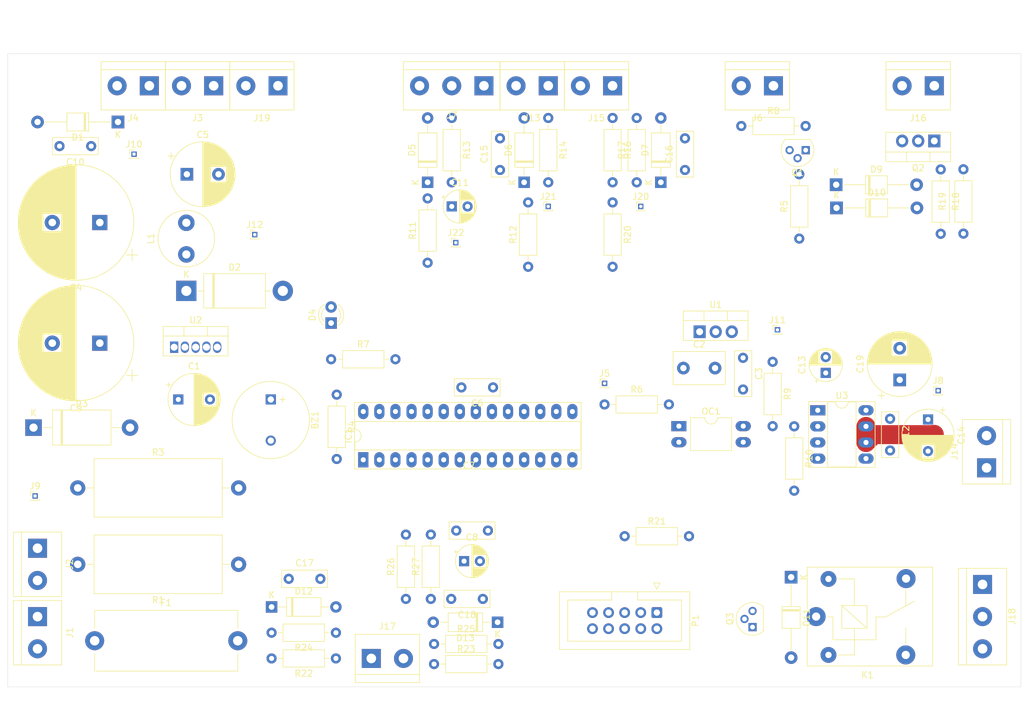
<source format=kicad_pcb>
(kicad_pcb (version 20240108) (generator "pcbnew") (generator_version "8.0")
  (layers (0 "F.Cu" signal) (31 "B.Cu" signal) (34 "B.Paste" user) (35 "F.Paste" user) (36 "B.SilkS" user "B.Silkscreen") (37 "F.SilkS" user "F.Silkscreen") (38 "B.Mask" user) (39 "F.Mask" user) (44 "Edge.Cuts" user))
  (net 0 "")
  (net 1 "/BUZZER")
  (net 2 "GND")
  (net 3 "+24V filtered")
  (net 4 "+18V")
  (net 5 "+5V")
  (net 6 "Net-(D5-K)")
  (net 7 "Net-(D6-K)")
  (net 8 "Net-(D7-K)")
  (net 9 "Net-(D12-K)")
  (net 10 "Net-(D2-K)")
  (net 11 "Net-(D4-A)")
  (net 12 "Net-(D10-A)")
  (net 13 "+BATT")
  (net 14 "Net-(D11-A)")
  (net 15 "Net-(F1-Pad2)")
  (net 16 "/MISO")
  (net 17 "/Switch1")
  (net 19 "/SCK")
  (net 21 "/Mosfet (fan)")
  (net 25 "/RESET")
  (net 26 "/MOSI")
  (net 27 "/LED-ext")
  (net 28 "/analog2 (30V Batt)")
  (net 29 "/LED")
  (net 30 "/analog1")
  (net 33 "/analog0 (gas)")
  (net 35 "/Switch2")
  (net 36 "/Relay (light)")
  (net 38 "/PWM_0")
  (net 39 "Net-(J6-Pin_2)")
  (net 40 "Net-(J7-Pin_2)")
  (net 41 "Net-(J13-Pin_1)")
  (net 42 "Net-(J15-Pin_1)")
  (net 43 "Net-(J17-Pin_1)")
  (net 44 "Net-(J18-Pin_2)")
  (net 45 "Net-(J18-Pin_3)")
  (net 46 "Net-(J18-Pin_1)")
  (net 47 "Net-(U3-INPUT)")
  (net 48 "Net-(OC1-Pad1)")
  (net 49 "Net-(Q1-C)")
  (net 50 "Net-(Q1-B)")
  (net 51 "Net-(Q2-G)")
  (net 52 "Net-(Q3-B)")
  (net 53 "Net-(R1-Pad2)")
  (net 57 "Net-(D13-K)")
  (net 58 "Net-(J17-Pin_2)")
  (net 59 "Net-(J14-Pin_2)")
  (footprint "Diode_THT:D_DO-201AE_P15.24mm_Horizontal" (layer "F.Cu") (at 5.08 59.055)
    (property "Reference" "D3" (at 7.62 -3.77 360) (layer "F.SilkS"))
    (property "Value" "TVS 26V (starts 31V)")
    (fp_text user "K" (at 0 -2.3 360) (layer "F.SilkS"))
    (pad "1" thru_hole rect (at 0 0) (size 2.6 2.6) (drill 1.3) (layers "*.Cu" "*.Mask") (net 2 "GND"))
    (pad "2" thru_hole oval (at 15.24 0) (size 2.6 2.6) (drill 1.3) (layers "*.Cu" "*.Mask") (net 3 "+24V filtered"))
  )
  (footprint "Connector_PinHeader_1.00mm:PinHeader_1x01_P1.00mm_Vertical" (layer "F.Cu") (at 20.955 15.875)
    (property "Reference" "J10" (at 0 -1.56 0) (layer "F.SilkS"))
    (property "Value" "24V")
    (pad "1" thru_hole rect (at 0 0) (size 0.85 0.85) (drill 0.5) (layers "*.Cu" "*.Mask") (net 3 "+24V filtered"))
  )
  (footprint "Capacitor_THT:C_Disc_D7.0mm_W2.5mm_P5.00mm" (layer "F.Cu") (at 77.644 52.705 180)
    (property "Reference" "C6" (at 2.5 -2.5 360) (layer "F.SilkS"))
    (property "Value" "100nF")
    (pad "1" thru_hole circle (at 0 0 180) (size 1.6 1.6) (drill 0.8) (layers "*.Cu" "*.Mask") (net 5 "+5V"))
    (pad "2" thru_hole circle (at 5 0 180) (size 1.6 1.6) (drill 0.8) (layers "*.Cu" "*.Mask") (net 2 "GND"))
  )
  (footprint "Connector_PinHeader_1.00mm:PinHeader_1x01_P1.00mm_Vertical" (layer "F.Cu") (at 40.005 28.575)
    (property "Reference" "J12" (at 0 -1.56 0) (layer "F.SilkS"))
    (property "Value" "5V")
    (pad "1" thru_hole rect (at 0 0) (size 0.85 0.85) (drill 0.5) (layers "*.Cu" "*.Mask") (net 5 "+5V"))
  )
  (footprint "Buzzer_Beeper:MagneticBuzzer_ProSignal_ABT-410-RC" (layer "F.Cu") (at 42.545 54.61 -90)
    (property "Reference" "BZ1" (at 3.25 -7 90) (layer "F.SilkS"))
    (property "Value" "Buzzer")
    (fp_text user "+" (at 0 -1.8 90) (layer "F.SilkS"))
    (pad "1" thru_hole rect (at 0 0 270) (size 1.6 1.6) (drill 1) (layers "*.Cu" "*.Mask") (net 1 "/BUZZER"))
    (pad "2" thru_hole circle (at 6.5 0 270) (size 1.6 1.6) (drill 1) (layers "*.Cu" "*.Mask") (net 2 "GND"))
  )
  (footprint "Diode_THT:D_T-1_P12.70mm_Horizontal" (layer "F.Cu") (at 124.714 82.677 -90)
    (property "Reference" "D11" (at 6.35 -2.42 90) (layer "F.SilkS"))
    (property "Value" "D")
    (fp_text user "K" (at 0 -2 90) (layer "F.SilkS"))
    (pad "1" thru_hole rect (at 0 0 270) (size 2 2) (drill 1) (layers "*.Cu" "*.Mask") (net 5 "+5V"))
    (pad "2" thru_hole oval (at 12.7 0 270) (size 2 2) (drill 1) (layers "*.Cu" "*.Mask") (net 14 "Net-(D11-A)"))
  )
  (footprint "Capacitor_THT:CP_Radial_D10.0mm_P5.00mm" (layer "F.Cu") (at 29.29 19.05)
    (property "Reference" "C5" (at 2.5 -6.25 360) (layer "F.SilkS"))
    (property "Value" "1000u")
    (pad "1" thru_hole rect (at 0 0) (size 2 2) (drill 1) (layers "*.Cu" "*.Mask") (net 5 "+5V"))
    (pad "2" thru_hole circle (at 5 0) (size 2 2) (drill 1) (layers "*.Cu" "*.Mask") (net 2 "GND"))
  )
  (footprint "LED_THT:LED_D3.0mm_Clear" (layer "F.Cu") (at 52.07 42.545 90)
    (property "Reference" "D4" (at 1.27 -2.96 90) (layer "F.SilkS"))
    (property "Value" "LED 3mm green 20mA 2.5V")
    (pad "1" thru_hole rect (at 0 0 90) (size 1.8 1.8) (drill 0.9) (layers "*.Cu" "*.Mask") (net 11 "Net-(D4-A)"))
    (pad "2" thru_hole circle (at 2.54 0 90) (size 1.8 1.8) (drill 0.9) (layers "*.Cu" "*.Mask") (net 2 "GND"))
  )
  (footprint "Resistor_THT:R_Axial_DIN0207_L6.3mm_D2.5mm_P10.16mm_Horizontal" (layer "F.Cu") (at 96.52 23.495 -90)
    (property "Reference" "R20" (at 5.08 -2.37 90) (layer "F.SilkS"))
    (property "Value" "2k2")
    (pad "1" thru_hole circle (at 0 0 270) (size 1.6 1.6) (drill 0.8) (layers "*.Cu" "*.Mask") (net 8 "Net-(D7-K)"))
    (pad "2" thru_hole oval (at 10.16 0 270) (size 1.6 1.6) (drill 0.8) (layers "*.Cu" "*.Mask") (net 28 "/analog2 (30V Batt)"))
  )
  (footprint "Resistor_THT:R_Axial_DIN0207_L6.3mm_D2.5mm_P10.16mm_Horizontal" (layer "F.Cu") (at 68.326 96.393)
    (property "Reference" "R23" (at 5.08 -2.37 0) (layer "F.SilkS"))
    (property "Value" "10k")
    (pad "1" thru_hole circle (at 0 0) (size 1.6 1.6) (drill 0.8) (layers "*.Cu" "*.Mask") (net 58 "Net-(J17-Pin_2)"))
    (pad "2" thru_hole oval (at 10.16 0) (size 1.6 1.6) (drill 0.8) (layers "*.Cu" "*.Mask") (net 2 "GND"))
  )
  (footprint "Resistor_THT:R_Axial_DIN0207_L6.3mm_D2.5mm_P10.16mm_Horizontal" (layer "F.Cu") (at 52.832 91.44 180)
    (property "Reference" "R24" (at 5.08 -2.37 360) (layer "F.SilkS"))
    (property "Value" "10k")
    (pad "1" thru_hole circle (at 0 0 180) (size 1.6 1.6) (drill 0.8) (layers "*.Cu" "*.Mask") (net 43 "Net-(J17-Pin_1)"))
    (pad "2" thru_hole oval (at 10.16 0 180) (size 1.6 1.6) (drill 0.8) (layers "*.Cu" "*.Mask") (net 9 "Net-(D12-K)"))
  )
  (footprint "Resistor_THT:R_Axial_DIN0207_L6.3mm_D2.5mm_P10.16mm_Horizontal" (layer "F.Cu") (at 151.9174 28.4226 90)
    (property "Reference" "R19" (at 5.08 -3.3274 90) (layer "F.SilkS"))
    (property "Value" "22k")
    (pad "1" thru_hole circle (at 0 0 90) (size 1.6 1.6) (drill 0.8) (layers "*.Cu" "*.Mask") (net 2 "GND"))
    (pad "2" thru_hole oval (at 10.16 0 90) (size 1.6 1.6) (drill 0.8) (layers "*.Cu" "*.Mask") (net 51 "Net-(Q2-G)"))
  )
  (footprint "Resistor_THT:R_Axial_DIN0207_L6.3mm_D2.5mm_P10.16mm_Horizontal" (layer "F.Cu") (at 86.36 10.16 -90)
    (property "Reference" "R14" (at 5.08 -2.37 90) (layer "F.SilkS"))
    (property "Value" "1k")
    (pad "1" thru_hole circle (at 0 0 270) (size 1.6 1.6) (drill 0.8) (layers "*.Cu" "*.Mask") (net 41 "Net-(J13-Pin_1)"))
    (pad "2" thru_hole oval (at 10.16 0 270) (size 1.6 1.6) (drill 0.8) (layers "*.Cu" "*.Mask") (net 7 "Net-(D6-K)"))
  )
  (footprint "Diode_THT:D_A-405_P10.16mm_Horizontal" (layer "F.Cu") (at 67.31 20.32 90)
    (property "Reference" "D5" (at 5.08 -2.47 90) (layer "F.SilkS"))
    (property "Value" "5V1")
    (fp_text user "K" (at 0 -1.9 90) (layer "F.SilkS"))
    (pad "1" thru_hole rect (at 0 0 90) (size 1.8 1.8) (drill 0.9) (layers "*.Cu" "*.Mask") (net 6 "Net-(D5-K)"))
    (pad "2" thru_hole oval (at 10.16 0 90) (size 1.8 1.8) (drill 0.9) (layers "*.Cu" "*.Mask") (net 2 "GND"))
  )
  (footprint "Diode_THT:D_T-1_P12.70mm_Horizontal" (layer "F.Cu") (at 131.8768 24.3586)
    (property "Reference" "D10" (at 6.35 -2.42 0) (layer "F.SilkS"))
    (property "Value" "D")
    (fp_text user "K" (at 0 -2 0) (layer "F.SilkS"))
    (pad "1" thru_hole rect (at 0 0) (size 2 2) (drill 1) (layers "*.Cu" "*.Mask") (net 13 "+BATT"))
    (pad "2" thru_hole oval (at 12.7 0) (size 2 2) (drill 1) (layers "*.Cu" "*.Mask") (net 12 "Net-(D10-A)"))
  )
  (footprint "Capacitor_THT:CP_Radial_D5.0mm_P2.50mm" (layer "F.Cu") (at 130.175 50.419 90)
    (property "Reference" "C13" (at 1.25 -3.75 90) (layer "F.SilkS"))
    (property "Value" "10uF")
    (pad "1" thru_hole rect (at 0 0 90) (size 1.6 1.6) (drill 0.8) (layers "*.Cu" "*.Mask") (net 4 "+18V"))
    (pad "2" thru_hole circle (at 2.5 0 90) (size 1.6 1.6) (drill 0.8) (layers "*.Cu" "*.Mask") (net 2 "GND"))
  )
  (footprint "Resistor_THT:R_Axial_DIN0207_L6.3mm_D2.5mm_P10.16mm_Horizontal" (layer "F.Cu") (at 67.31 33.02 90)
    (property "Reference" "R11" (at 5.08 -2.37 90) (layer "F.SilkS"))
    (property "Value" "2k2")
    (pad "1" thru_hole circle (at 0 0 90) (size 1.6 1.6) (drill 0.8) (layers "*.Cu" "*.Mask") (net 33 "/analog0 (gas)"))
    (pad "2" thru_hole oval (at 10.16 0 90) (size 1.6 1.6) (drill 0.8) (layers "*.Cu" "*.Mask") (net 6 "Net-(D5-K)"))
  )
  (footprint "Capacitor_THT:C_Disc_D7.0mm_W2.5mm_P5.00mm" (layer "F.Cu") (at 140.335 57.6618 -90)
    (property "Reference" "C12" (at 2.5 -2.5 90) (layer "F.SilkS"))
    (property "Value" "100n")
    (pad "1" thru_hole circle (at 0 0 270) (size 1.6 1.6) (drill 0.8) (layers "*.Cu" "*.Mask") (net 4 "+18V"))
    (pad "2" thru_hole circle (at 5 0 270) (size 1.6 1.6) (drill 0.8) (layers "*.Cu" "*.Mask") (net 2 "GND"))
  )
  (footprint "Resistor_THT:R_Axial_DIN0207_L6.3mm_D2.5mm_P10.16mm_Horizontal" (layer "F.Cu") (at 121.793 48.6664 -90)
    (property "Reference" "R9" (at 5.08 -2.37 90) (layer "F.SilkS"))
    (property "Value" "12k")
    (pad "1" thru_hole circle (at 0 0 270) (size 1.6 1.6) (drill 0.8) (layers "*.Cu" "*.Mask") (net 4 "+18V"))
    (pad "2" thru_hole oval (at 10.16 0 270) (size 1.6 1.6) (drill 0.8) (layers "*.Cu" "*.Mask") (net 47 "Net-(U3-INPUT)"))
  )
  (footprint "Diode_THT:D_A-405_P10.16mm_Horizontal" (layer "F.Cu") (at 82.55 20.32 90)
    (property "Reference" "D6" (at 5.08 -2.47 90) (layer "F.SilkS"))
    (property "Value" "5V1")
    (fp_text user "K" (at 0 -1.9 90) (layer "F.SilkS"))
    (pad "1" thru_hole rect (at 0 0 90) (size 1.8 1.8) (drill 0.9) (layers "*.Cu" "*.Mask") (net 7 "Net-(D6-K)"))
    (pad "2" thru_hole oval (at 10.16 0 90) (size 1.8 1.8) (drill 0.9) (layers "*.Cu" "*.Mask") (net 2 "GND"))
  )
  (footprint "Capacitor_THT:C_Disc_D8.0mm_W5.0mm_P5.00mm" (layer "F.Cu") (at 107.6998 49.657)
    (property "Reference" "C2" (at 2.5 -3.75 360) (layer "F.SilkS"))
    (property "Value" "330nF")
    (pad "1" thru_hole circle (at 0 0) (size 2 2) (drill 1) (layers "*.Cu" "*.Mask") (net 3 "+24V filtered"))
    (pad "2" thru_hole circle (at 5 0) (size 2 2) (drill 1) (layers "*.Cu" "*.Mask") (net 2 "GND"))
  )
  (footprint "Package_DIP:DIP-4_W10.16mm_LongPads" (layer "F.Cu") (at 106.9898 58.8214)
    (property "Reference" "OC1" (at 5.08 -2.33 0) (layer "F.SilkS"))
    (property "Value" "LTV-817")
    (pad "1" thru_hole rect (at 0 0) (size 2.4 1.6) (drill 0.8) (layers "*.Cu" "*.Mask") (net 48 "Net-(OC1-Pad1)"))
    (pad "2" thru_hole oval (at 0 2.54) (size 2.4 1.6) (drill 0.8) (layers "*.Cu" "*.Mask") (net 2 "GND"))
    (pad "3" thru_hole oval (at 10.16 2.54) (size 2.4 1.6) (drill 0.8) (layers "*.Cu" "*.Mask") (net 2 "GND"))
    (pad "4" thru_hole oval (at 10.16 0) (size 2.4 1.6) (drill 0.8) (layers "*.Cu" "*.Mask") (net 47 "Net-(U3-INPUT)"))
  )
  (footprint "Connector_PinHeader_1.00mm:PinHeader_1x01_P1.00mm_Vertical" (layer "F.Cu") (at 100.965 24.13)
    (property "Reference" "J20" (at 0 -1.56 0) (layer "F.SilkS"))
    (property "Value" "ADC Battery")
    (pad "1" thru_hole rect (at 0 0) (size 0.85 0.85) (drill 0.5) (layers "*.Cu" "*.Mask") (net 8 "Net-(D7-K)"))
  )
  (footprint "Capacitor_THT:C_Disc_D7.0mm_W2.5mm_P5.00mm" (layer "F.Cu") (at 76.033 86.106 180)
    (property "Reference" "C18" (at 2.5 -2.5 360) (layer "F.SilkS"))
    (property "Value" "100n")
    (pad "1" thru_hole circle (at 0 0 180) (size 1.6 1.6) (drill 0.8) (layers "*.Cu" "*.Mask") (net 57 "Net-(D13-K)"))
    (pad "2" thru_hole circle (at 5 0 180) (size 1.6 1.6) (drill 0.8) (layers "*.Cu" "*.Mask") (net 2 "GND"))
  )
  (footprint "Capacitor_THT:CP_Radial_D18.0mm_P7.50mm" (layer "F.Cu") (at 15.54278 45.72 180)
    (property "Reference" "C9" (at 3.75 -10.25 360) (layer "F.SilkS"))
    (property "Value" "2200uf")
    (pad "1" thru_hole rect (at 0 0 180) (size 2.4 2.4) (drill 1.2) (layers "*.Cu" "*.Mask") (net 3 "+24V filtered"))
    (pad "2" thru_hole circle (at 7.5 0 180) (size 2.4 2.4) (drill 1.2) (layers "*.Cu" "*.Mask") (net 2 "GND"))
  )
  (footprint "Resistor_THT:R_Axial_DIN0207_L6.3mm_D2.5mm_P10.16mm_Horizontal" (layer "F.Cu") (at 52.959 53.848 -90)
    (property "Reference" "R4" (at 5.08 -2.37 90) (layer "F.SilkS"))
    (property "Value" "10k")
    (pad "1" thru_hole circle (at 0 0 270) (size 1.6 1.6) (drill 0.8) (layers "*.Cu" "*.Mask") (net 5 "+5V"))
    (pad "2" thru_hole oval (at 10.16 0 270) (size 1.6 1.6) (drill 0.8) (layers "*.Cu" "*.Mask") (net 25 "/RESET"))
  )
  (footprint "Inductor_THT:L_Radial_D8.7mm_P5.00mm_Fastron_07HCP" (layer "F.Cu") (at 29.21 31.71 90)
    (property "Reference" "L1" (at 2.5 -5.6 90) (layer "F.SilkS"))
    (property "Value" "100u")
    (pad "1" thru_hole circle (at 0 0 90) (size 2.6 2.6) (drill 1.3) (layers "*.Cu" "*.Mask") (net 10 "Net-(D2-K)"))
    (pad "2" thru_hole circle (at 5 0 90) (size 2.6 2.6) (drill 1.3) (layers "*.Cu" "*.Mask") (net 5 "+5V"))
  )
  (footprint "TerminalBlock:TerminalBlock_bornier-3_P5.08mm" (layer "F.Cu") (at 154.94 83.82 -90)
    (property "Reference" "J18" (at 5.05 -4.65 90) (layer "F.SilkS"))
    (property "Value" "Relay contacts")
    (pad "1" thru_hole rect (at 0 0 270) (size 3 3) (drill 1.52) (layers "*.Cu" "*.Mask") (net 46 "Net-(J18-Pin_1)"))
    (pad "2" thru_hole circle (at 5.08 0 270) (size 3 3) (drill 1.52) (layers "*.Cu" "*.Mask") (net 44 "Net-(J18-Pin_2)"))
    (pad "3" thru_hole circle (at 10.16 0 270) (size 3 3) (drill 1.52) (layers "*.Cu" "*.Mask") (net 45 "Net-(J18-Pin_3)"))
  )
  (footprint "Capacitor_THT:CP_Radial_D18.0mm_P7.50mm" (layer "F.Cu") (at 15.54278 26.67 180)
    (property "Reference" "C4" (at 3.75 -10.25 360) (layer "F.SilkS"))
    (property "Value" "2200uf")
    (pad "1" thru_hole rect (at 0 0 180) (size 2.4 2.4) (drill 1.2) (layers "*.Cu" "*.Mask") (net 3 "+24V filtered"))
    (pad "2" thru_hole circle (at 7.5 0 180) (size 2.4 2.4) (drill 1.2) (layers "*.Cu" "*.Mask") (net 2 "GND"))
  )
  (footprint "Capacitor_THT:C_Disc_D7.0mm_W2.5mm_P5.00mm" (layer "F.Cu") (at 45.379 82.931)
    (property "Reference" "C17" (at 2.5 -2.5 360) (layer "F.SilkS"))
    (property "Value" "100n")
    (pad "1" thru_hole circle (at 0 0) (size 1.6 1.6) (drill 0.8) (layers "*.Cu" "*.Mask") (net 9 "Net-(D12-K)"))
    (pad "2" thru_hole circle (at 5 0) (size 1.6 1.6) (drill 0.8) (layers "*.Cu" "*.Mask") (net 2 "GND"))
  )
  (footprint "Resistor_THT:R_Axial_DIN0207_L6.3mm_D2.5mm_P10.16mm_Horizontal" (layer "F.Cu") (at 52.07 48.26)
    (property "Reference" "R7" (at 5.08 -2.37 0) (layer "F.SilkS"))
    (property "Value" "130")
    (pad "1" thru_hole circle (at 0 0) (size 1.6 1.6) (drill 0.8) (layers "*.Cu" "*.Mask") (net 11 "Net-(D4-A)"))
    (pad "2" thru_hole oval (at 10.16 0) (size 1.6 1.6) (drill 0.8) (layers "*.Cu" "*.Mask") (net 29 "/LED"))
  )
  (footprint "TerminalBlock:TerminalBlock_bornier-2_P5.08mm" (layer "F.Cu") (at 5.715 78.105 -90)
    (property "Reference" "J2" (at 2.54 -5.08 90) (layer "F.SilkS"))
    (property "Value" "ST 2x GND")
    (pad "1" thru_hole rect (at 0 0 270) (size 3 3) (drill 1.52) (layers "*.Cu" "*.Mask") (net 2 "GND"))
    (pad "2" thru_hole circle (at 5.08 0 270) (size 3 3) (drill 1.52) (layers "*.Cu" "*.Mask") (net 2 "GND"))
  )
  (footprint "Resistor_THT:R_Axial_DIN0207_L6.3mm_D2.5mm_P10.16mm_Horizontal" (layer "F.Cu") (at 148.336 18.288 -90)
    (property "Reference" "R18" (at 5.08 -2.37 90) (layer "F.SilkS"))
    (property "Value" "1k")
    (pad "1" thru_hole circle (at 0 0 270) (size 1.6 1.6) (drill 0.8) (layers "*.Cu" "*.Mask") (net 51 "Net-(Q2-G)"))
    (pad "2" thru_hole oval (at 10.16 0 270) (size 1.6 1.6) (drill 0.8) (layers "*.Cu" "*.Mask") (net 21 "/Mosfet (fan)"))
  )
  (footprint "Package_TO_SOT_THT:TO-92L" (layer "F.Cu") (at 118.618 90.551 90)
    (property "Reference" "Q3" (at 1.29 -3.56 90) (layer "F.SilkS"))
    (property "Value" "BC547")
    (pad "1" thru_hole rect (at 0 0 90) (size 1.3 1.3) (drill 0.75) (layers "*.Cu" "*.Mask") (net 14 "Net-(D11-A)"))
    (pad "2" thru_hole circle (at 1.28 -1.27 90) (size 1.3 1.3) (drill 0.75) (layers "*.Cu" "*.Mask") (net 52 "Net-(Q3-B)"))
    (pad "3" thru_hole circle (at 2.54 0 90) (size 1.3 1.3) (drill 0.75) (layers "*.Cu" "*.Mask") (net 2 "GND"))
  )
  (footprint "Capacitor_THT:CP_Radial_D10.0mm_P5.00mm" (layer "F.Cu") (at 141.859 51.516677 90)
    (property "Reference" "C19" (at 2.5 -6.25 90) (layer "F.SilkS"))
    (property "Value" "1000u")
    (pad "1" thru_hole rect (at 0 0 90) (size 2 2) (drill 1) (layers "*.Cu" "*.Mask") (net 4 "+18V"))
    (pad "2" thru_hole circle (at 5 0 90) (size 2 2) (drill 1) (layers "*.Cu" "*.Mask") (net 2 "GND"))
  )
  (footprint "Capacitor_THT:C_Disc_D7.0mm_W2.5mm_P5.00mm" (layer "F.Cu") (at 78.74 18.375 90)
    (property "Reference" "C15" (at 2.5 -2.5 90) (layer "F.SilkS"))
    (property "Value" "100n")
    (pad "1" thru_hole circle (at 0 0 90) (size 1.6 1.6) (drill 0.8) (layers "*.Cu" "*.Mask") (net 7 "Net-(D6-K)"))
    (pad "2" thru_hole circle (at 5 0 90) (size 1.6 1.6) (drill 0.8) (layers "*.Cu" "*.Mask") (net 2 "GND"))
  )
  (footprint "Package_TO_SOT_THT:TO-220-3_Vertical" (layer "F.Cu") (at 110.2614 43.9166)
    (property "Reference" "U1" (at 2.54 -4.27 360) (layer "F.SilkS"))
    (property "Value" "LM7818CT")
    (pad "1" thru_hole rect (at 0 0) (size 1.905 2) (drill 1.1) (layers "*.Cu" "*.Mask") (net 3 "+24V filtered"))
    (pad "2" thru_hole oval (at 2.54 0) (size 1.905 2) (drill 1.1) (layers "*.Cu" "*.Mask") (net 2 "GND"))
    (pad "3" thru_hole oval (at 5.08 0) (size 1.905 2) (drill 1.1) (layers "*.Cu" "*.Mask") (net 4 "+18V"))
  )
  (footprint "Capacitor_THT:C_Disc_D7.0mm_W2.5mm_P5.00mm" (layer "F.Cu") (at 107.95 18.375 90)
    (property "Reference" "C16" (at 2.5 -2.5 90) (layer "F.SilkS"))
    (property "Value" "100n")
    (pad "1" thru_hole circle (at 0 0 90) (size 1.6 1.6) (drill 0.8) (layers "*.Cu" "*.Mask") (net 8 "Net-(D7-K)"))
    (pad "2" thru_hole circle (at 5 0 90) (size 1.6 1.6) (drill 0.8) (layers "*.Cu" "*.Mask") (net 2 "GND"))
  )
  (footprint "TerminalBlock:TerminalBlock_bornier-2_P5.08mm" (layer "F.Cu") (at 121.92 5.08 180)
    (property "Reference" "J6" (at 2.54 -5.08 360) (layer "F.SilkS"))
    (property "Value" "LED ~3,2V 20mA")
    (pad "1" thru_hole rect (at 0 0 180) (size 3 3) (drill 1.52) (layers "*.Cu" "*.Mask") (net 5 "+5V"))
    (pad "2" thru_hole circle (at 5.08 0 180) (size 3 3) (drill 1.52) (layers "*.Cu" "*.Mask") (net 39 "Net-(J6-Pin_2)"))
  )
  (footprint "Package_TO_SOT_THT:TO-220-3_Vertical" (layer "F.Cu") (at 147.32 13.787 180)
    (property "Reference" "Q2" (at 2.54 -4.27 360) (layer "F.SilkS"))
    (property "Value" "IRFZ24N")
    (pad "1" thru_hole rect (at 0 0 180) (size 1.905 2) (drill 1.1) (layers "*.Cu" "*.Mask") (net 51 "Net-(Q2-G)"))
    (pad "2" thru_hole oval (at 2.54 0 180) (size 1.905 2) (drill 1.1) (layers "*.Cu" "*.Mask") (net 12 "Net-(D10-A)"))
    (pad "3" thru_hole oval (at 5.08 0 180) (size 1.905 2) (drill 1.1) (layers "*.Cu" "*.Mask") (net 2 "GND"))
  )
  (footprint "Diode_THT:D_T-1_P12.70mm_Horizontal" (layer "F.Cu") (at 18.415 10.795 180)
    (property "Reference" "D1" (at 6.35 -2.42 360) (layer "F.SilkS"))
    (property "Value" "D")
    (fp_text user "K" (at 0 -2 360) (layer "F.SilkS"))
    (pad "1" thru_hole rect (at 0 0 180) (size 2 2) (drill 1) (layers "*.Cu" "*.Mask") (net 3 "+24V filtered"))
    (pad "2" thru_hole oval (at 12.7 0 180) (size 2 2) (drill 1) (layers "*.Cu" "*.Mask") (net 2 "GND"))
  )
  (footprint "Fuse:Fuseholder_Cylinder-5x20mm_Stelvio-Kontek_PTF78_Horizontal_Open" (layer "F.Cu") (at 14.735 92.71)
    (property "Reference" "F1" (at 11.25 -6 360) (layer "F.SilkS"))
    (property "Value" "500mA")
    (pad "1" thru_hole circle (at 0 0) (size 3 3) (drill 1.5) (layers "*.Cu" "*.Mask") (net 13 "+BATT"))
    (pad "2" thru_hole circle (at 22.6 0) (size 3 3) (drill 1.5) (layers "*.Cu" "*.Mask") (net 15 "Net-(F1-Pad2)"))
  )
  (footprint "TerminalBlock:TerminalBlock_bornier-2_P5.08mm" (layer "F.Cu") (at 155.575 65.405 90)
    (property "Reference" "J14" (at 2.54 -5.08 90) (layer "F.SilkS"))
    (property "Value" "IGBT")
    (pad "1" thru_hole rect (at 0 0 90) (size 3 3) (drill 1.52) (layers "*.Cu" "*.Mask") (net 2 "GND"))
    (pad "2" thru_hole circle (at 5.08 0 90) (size 3 3) (drill 1.52) (layers "*.Cu" "*.Mask") (net 59 "Net-(J14-Pin_2)"))
  )
  (footprint "Resistor_THT:R_Axial_DIN0207_L6.3mm_D2.5mm_P10.16mm_Horizontal" (layer "F.Cu") (at 125.1966 58.8518 -90)
    (property "Reference" "R10" (at 5.08 -2.37 90) (layer "F.SilkS"))
    (property "Value" "4k7")
    (pad "1" thru_hole circle (at 0 0 270) (size 1.6 1.6) (drill 0.8) (layers "*.Cu" "*.Mask") (net 47 "Net-(U3-INPUT)"))
    (pad "2" thru_hole oval (at 10.16 0 270) (size 1.6 1.6) (drill 0.8) (layers "*.Cu" "*.Mask") (net 2 "GND"))
  )
  (footprint "Capacitor_THT:C_Disc_D7.0mm_W2.5mm_P5.00mm" (layer "F.Cu") (at 14.184 14.605 180)
    (property "Reference" "C10" (at 2.5 -2.5 360) (layer "F.SilkS"))
    (property "Value" "100n")
    (pad "1" thru_hole circle (at 0 0 180) (size 1.6 1.6) (drill 0.8) (layers "*.Cu" "*.Mask") (net 3 "+24V filtered"))
    (pad "2" thru_hole circle (at 5 0 180) (size 1.6 1.6) (drill 0.8) (layers "*.Cu" "*.Mask") (net 2 "GND"))
  )
  (footprint "Package_TO_SOT_THT:TO-220-5_Vertical" (layer "F.Cu") (at 27.285 46.355)
    (property "Reference" "U2" (at 3.4 -4.27 360) (layer "F.SilkS"))
    (property "Value" "LM2576T-5")
    (pad "1" thru_hole rect (at 0 0) (size 1.275 1.8) (drill 1.1) (layers "*.Cu" "*.Mask") (net 3 "+24V filtered"))
    (pad "2" thru_hole oval (at 1.7 0) (size 1.275 1.8) (drill 1.1) (layers "*.Cu" "*.Mask") (net 10 "Net-(D2-K)"))
    (pad "3" thru_hole oval (at 3.4 0) (size 1.275 1.8) (drill 1.1) (layers "*.Cu" "*.Mask") (net 2 "GND"))
    (pad "4" thru_hole oval (at 5.1 0) (size 1.275 1.8) (drill 1.1) (layers "*.Cu" "*.Mask") (net 5 "+5V"))
    (pad "5" thru_hole oval (at 6.8 0) (size 1.275 1.8) (drill 1.1) (layers "*.Cu" "*.Mask") (net 2 "GND"))
  )
  (footprint "Resistor_THT:R_Axial_DIN0207_L6.3mm_D2.5mm_P10.16mm_Horizontal" (layer "F.Cu") (at 125.994 29.21 90)
    (property "Reference" "R5" (at 5.08 -2.37 90) (layer "F.SilkS"))
    (property "Value" "470")
    (pad "1" thru_hole circle (at 0 0 90) (size 1.6 1.6) (drill 0.8) (layers "*.Cu" "*.Mask") (net 27 "/LED-ext"))
    (pad "2" thru_hole oval (at 10.16 0 90) (size 1.6 1.6) (drill 0.8) (layers "*.Cu" "*.Mask") (net 50 "Net-(Q1-B)"))
  )
  (footprint "Resistor_THT:R_Axial_DIN0207_L6.3mm_D2.5mm_P10.16mm_Horizontal" (layer "F.Cu") (at 116.84 11.43)
    (property "Reference" "R8" (at 5.08 -2.37 360) (layer "F.SilkS"))
    (property "Value" "100")
    (pad "1" thru_hole circle (at 0 0) (size 1.6 1.6) (drill 0.8) (layers "*.Cu" "*.Mask") (net 39 "Net-(J6-Pin_2)"))
    (pad "2" thru_hole oval (at 10.16 0) (size 1.6 1.6) (drill 0.8) (layers "*.Cu" "*.Mask") (net 49 "Net-(Q1-C)"))
  )
  (footprint "Diode_THT:D_A-405_P10.16mm_Horizontal" (layer "F.Cu") (at 78.359 89.789 180)
    (property "Reference" "D13" (at 5.08 -2.47 360) (layer "F.SilkS"))
    (property "Value" "5V1")
    (fp_text user "K" (at 0 -1.9 360) (layer "F.SilkS"))
    (pad "1" thru_hole rect (at 0 0 180) (size 1.8 1.8) (drill 0.9) (layers "*.Cu" "*.Mask") (net 57 "Net-(D13-K)"))
    (pad "2" thru_hole oval (at 10.16 0 180) (size 1.8 1.8) (drill 0.9) (layers "*.Cu" "*.Mask") (net 2 "GND"))
  )
  (footprint "Diode_THT:D_T-1_P12.70mm_Horizontal" (layer "F.Cu") (at 131.826 20.701)
    (property "Reference" "D9" (at 6.35 -2.42 0) (layer "F.SilkS"))
    (property "Value" "D")
    (fp_text user "K" (at 0 -2 0) (layer "F.SilkS"))
    (pad "1" thru_hole rect (at 0 0) (size 2 2) (drill 1) (layers "*.Cu" "*.Mask") (net 3 "+24V filtered"))
    (pad "2" thru_hole oval (at 12.7 0) (size 2 2) (drill 1) (layers "*.Cu" "*.Mask") (net 12 "Net-(D10-A)"))
  )
  (footprint "Diode_THT:D_A-405_P10.16mm_Horizontal" (layer "F.Cu") (at 104.14 20.32 90)
    (property "Reference" "D7" (at 5.08 -2.47 90) (layer "F.SilkS"))
    (property "Value" "5V1")
    (fp_text user "K" (at 0 -1.9 90) (layer "F.SilkS"))
    (pad "1" thru_hole rect (at 0 0 90) (size 1.8 1.8) (drill 0.9) (layers "*.Cu" "*.Mask") (net 8 "Net-(D7-K)"))
    (pad "2" thru_hole oval (at 10.16 0 90) (size 1.8 1.8) (drill 0.9) (layers "*.Cu" "*.Mask") (net 2 "GND"))
  )
  (footprint "TerminalBlock:TerminalBlock_bornier-2_P5.08mm" (layer "F.Cu") (at 5.715 88.9 -90)
    (property "Reference" "J1" (at 2.54 -5.08 90) (layer "F.SilkS"))
    (property "Value" "2x BATT IN")
    (pad "1" thru_hole rect (at 0 0 270) (size 3 3) (drill 1.52) (layers "*.Cu" "*.Mask") (net 13 "+BATT"))
    (pad "2" thru_hole circle (at 5.08 0 270) (size 3 3) (drill 1.52) (layers "*.Cu" "*.Mask") (net 13 "+BATT"))
  )
  (footprint "Resistor_THT:R_Axial_DIN0207_L6.3mm_D2.5mm_P10.16mm_Horizontal" (layer "F.Cu") (at 96.52 10.16 -90)
    (property "Reference" "R16" (at 5.08 -2.37 90) (layer "F.SilkS"))
    (property "Value" "150k")
    (pad "1" thru_hole circle (at 0 0 270) (size 1.6 1.6) (drill 0.8) (layers "*.Cu" "*.Mask") (net 42 "Net-(J15-Pin_1)"))
    (pad "2" thru_hole oval (at 10.16 0 270) (size 1.6 1.6) (drill 0.8) (layers "*.Cu" "*.Mask") (net 8 "Net-(D7-K)"))
  )
  (footprint "Relay_THT:Relay_SPDT_SANYOU_SRD_Series_Form_C" (layer "F.Cu") (at 128.66 88.9)
    (property "Reference" "K1" (at 8.1 9.2 0) (layer "F.SilkS"))
    (property "Value" "LEG-5")
    (pad "1" thru_hole circle (at 0 0 90) (size 3 3) (drill 1.3) (layers "*.Cu" "*.Mask") (net 44 "Net-(J18-Pin_2)"))
    (pad "2" thru_hole circle (at 1.95 6.05 90) (size 2.5 2.5) (drill 1) (layers "*.Cu" "*.Mask") (net 14 "Net-(D11-A)"))
    (pad "3" thru_hole circle (at 14.15 6.05 90) (size 3 3) (drill 1.3) (layers "*.Cu" "*.Mask") (net 45 "Net-(J18-Pin_3)"))
    (pad "4" thru_hole circle (at 14.2 -6 90) (size 3 3) (drill 1.3) (layers "*.Cu" "*.Mask") (net 46 "Net-(J18-Pin_1)"))
    (pad "5" thru_hole circle (at 1.95 -5.95 90) (size 2.5 2.5) (drill 1) (layers "*.Cu" "*.Mask") (net 5 "+5V"))
  )
  (footprint "Capacitor_THT:CP_Radial_D8.0mm_P5.00mm" (layer "F.Cu") (at 146.3294 57.769949 -90)
    (property "Reference" "C14" (at 2.5 -5.25 90) (layer "F.SilkS"))
    (property "Value" "100uF")
    (pad "1" thru_hole rect (at 0 0 270) (size 1.6 1.6) (drill 0.8) (layers "*.Cu" "*.Mask") (net 4 "+18V"))
    (pad "2" thru_hole circle (at 5 0 270) (size 1.6 1.6) (drill 0.8) (layers "*.Cu" "*.Mask") (net 2 "GND"))
  )
  (footprint "Connector_PinHeader_1.00mm:PinHeader_1x01_P1.00mm_Vertical" (layer "F.Cu") (at 122.555 43.6118)
    (property "Reference" "J11" (at 0 -1.56 0) (layer "F.SilkS"))
    (property "Value" "18V")
    (pad "1" thru_hole rect (at 0 0) (size 0.85 0.85) (drill 0.5) (layers "*.Cu" "*.Mask") (net 4 "+18V"))
  )
  (footprint "TerminalBlock:TerminalBlock_bornier-2_P5.08mm" (layer "F.Cu") (at 86.36 5.08 180)
    (property "Reference" "J13" (at 2.54 -5.08 360) (layer "F.SilkS"))
    (property "Value" "Analog-in-2   0-5V")
    (pad "1" thru_hole rect (at 0 0 180) (size 3 3) (drill 1.52) (layers "*.Cu" "*.Mask") (net 41 "Net-(J13-Pin_1)"))
    (pad "2" thru_hole circle (at 5.08 0 180) (size 3 3) (drill 1.52) (layers "*.Cu" "*.Mask") (net 5 "+5V"))
  )
  (footprint "Resistor_THT:R_Axial_DIN0207_L6.3mm_D2.5mm_P10.16mm_Horizontal" (layer "F.Cu") (at 95.25 55.3974)
    (property "Reference" "R6" (at 5.08 -2.37 360) (layer "F.SilkS"))
    (property "Value" "320")
    (pad "1" thru_hole circle (at 0 0) (size 1.6 1.6) (drill 0.8) (layers "*.Cu" "*.Mask") (net 38 "/PWM_0"))
    (pad "2" thru_hole oval (at 10.16 0) (size 1.6 1.6) (drill 0.8) (layers "*.Cu" "*.Mask") (net 48 "Net-(OC1-Pad1)"))
  )
  (footprint "Connector_IDC:IDC-Header_2x05_P2.54mm_Vertical" (layer "F.Cu") (at 103.505 88.265 -90)
    (property "Reference" "P1" (at 1.27 -6.1 90) (layer "F.SilkS"))
    (property "Value" "ISP")
    (pad "1" thru_hole roundrect (at 0 0 270) (size 1.7 1.7) (drill 1) (layers "*.Cu" "*.Mask") (roundrect_rratio 0.147059) (net 26 "/MOSI"))
    (pad "2" thru_hole circle (at 2.54 0 270) (size 1.7 1.7) (drill 1) (layers "*.Cu" "*.Mask") (net 5 "+5V"))
    (pad "3" thru_hole circle (at 0 2.54 270) (size 1.7 1.7) (drill 1) (layers "*.Cu" "*.Mask"))
    (pad "4" thru_hole circle (at 2.54 2.54 270) (size 1.7 1.7) (drill 1) (layers "*.Cu" "*.Mask"))
    (pad "5" thru_hole circle (at 0 5.08 270) (size 1.7 1.7) (drill 1) (layers "*.Cu" "*.Mask") (net 25 "/RESET"))
    (pad "6" thru_hole circle (at 2.54 5.08 270) (size 1.7 1.7) (drill 1) (layers "*.Cu" "*.Mask") (net 2 "GND"))
    (pad "7" thru_hole circle (at 0 7.62 270) (size 1.7 1.7) (drill 1) (layers "*.Cu" "*.Mask") (net 19 "/SCK"))
    (pad "8" thru_hole circle (at 2.54 7.62 270) (size 1.7 1.7) (drill 1) (layers "*.Cu" "*.Mask") (net 2 "GND"))
    (pad "9" thru_hole circle (at 0 10.16 270) (size 1.7 1.7) (drill 1) (layers "*.Cu" "*.Mask") (net 16 "/MISO"))
    (pad "10" thru_hole circle (at 2.54 10.16 270) (size 1.7 1.7) (drill 1) (layers "*.Cu" "*.Mask") (net 2 "GND"))
  )
  (footprint "Capacitor_THT:C_Disc_D7.0mm_W2.5mm_P5.00mm" (layer "F.Cu") (at 117.1194 48.0352 -90)
    (property "Reference" "C3" (at 2.5 -2.5 90) (layer "F.SilkS"))
    (property "Value" "100nF")
    (pad "1" thru_hole circle (at 0 0 270) (size 1.6 1.6) (drill 0.8) (layers "*.Cu" "*.Mask") (net 4 "+18V"))
    (pad "2" thru_hole circle (at 5 0 270) (size 1.6 1.6) (drill 0.8) (layers "*.Cu" "*.Mask") (net 2 "GND"))
  )
  (footprint "Resistor_THT:R_Axial_DIN0207_L6.3mm_D2.5mm_P10.16mm_Horizontal" (layer "F.Cu") (at 67.818 86.106 90)
    (property "Reference" "R27" (at 5.08 -2.37 90) (layer "F.SilkS"))
    (property "Value" "2k2")
    (pad "1" thru_hole circle (at 0 0 90) (size 1.6 1.6) (drill 0.8) (layers "*.Cu" "*.Mask") (net 57 "Net-(D13-K)"))
    (pad "2" thru_hole oval (at 10.16 0 90) (size 1.6 1.6) (drill 0.8) (layers "*.Cu" "*.Mask") (net 35 "/Switch2"))
  )
  (footprint "Package_DIP:CERDIP-28_W7.62mm_SideBrazed_LongPads_Socket" (layer "F.Cu") (at 57.15 64.135 90)
    (property "Reference" "IC1" (at 3.81 -2.33 90) (layer "F.SilkS"))
    (property "Value" "ATMEGA8A-P")
    (pad "1" thru_hole rect (at 0 0 90) (size 2.4 1.6) (drill 0.8) (layers "*.Cu" "*.Mask") (net 25 "/RESET"))
    (pad "2" thru_hole oval (at 0 2.54 90) (size 2.4 1.6) (drill 0.8) (layers "*.Cu" "*.Mask"))
    (pad "3" thru_hole oval (at 0 5.08 90) (size 2.4 1.6) (drill 0.8) (layers "*.Cu" "*.Mask"))
    (pad "4" thru_hole oval (at 0 7.62 90) (size 2.4 1.6) (drill 0.8) (layers "*.Cu" "*.Mask") (net 17 "/Switch1"))
    (pad "5" thru_hole oval (at 0 10.16 90) (size 2.4 1.6) (drill 0.8) (layers "*.Cu" "*.Mask") (net 35 "/Switch2"))
    (pad "6" thru_hole oval (at 0 12.7 90) (size 2.4 1.6) (drill 0.8) (layers "*.Cu" "*.Mask"))
    (pad "7" thru_hole oval (at 0 15.24 90) (size 2.4 1.6) (drill 0.8) (layers "*.Cu" "*.Mask") (net 5 "+5V"))
    (pad "8" thru_hole oval (at 0 17.78 90) (size 2.4 1.6) (drill 0.8) (layers "*.Cu" "*.Mask") (net 2 "GND"))
    (pad "9" thru_hole oval (at 0 20.32 90) (size 2.4 1.6) (drill 0.8) (layers "*.Cu" "*.Mask") (net 21 "/Mosfet (fan)"))
    (pad "10" thru_hole oval (at 0 22.86 90) (size 2.4 1.6) (drill 0.8) (layers "*.Cu" "*.Mask") (net 36 "/Relay (light)"))
    (pad "11" thru_hole oval (at 0 25.4 90) (size 2.4 1.6) (drill 0.8) (layers "*.Cu" "*.Mask"))
    (pad "12" thru_hole oval (at 0 27.94 90) (size 2.4 1.6) (drill 0.8) (layers "*.Cu" "*.Mask"))
    (pad "13" thru_hole oval (at 0 30.48 90) (size 2.4 1.6) (drill 0.8) (layers "*.Cu" "*.Mask"))
    (pad "14" thru_hole oval (at 0 33.02 90) (size 2.4 1.6) (drill 0.8) (layers "*.Cu" "*.Mask"))
    (pad "15" thru_hole oval (at 7.62 33.02 90) (size 2.4 1.6) (drill 0.8) (layers "*.Cu" "*.Mask") (net 38 "/PWM_0"))
    (pad "16" thru_hole oval (at 7.62 30.48 90) (size 2.4 1.6) (drill 0.8) (layers "*.Cu" "*.Mask"))
    (pad "17" thru_hole oval (at 7.62 27.94 90) (size 2.4 1.6) (drill 0.8) (layers "*.Cu" "*.Mask") (net 26 "/MOSI"))
    (pad "18" thru_hole oval (at 7.62 25.4 90) (size 2.4 1.6) (drill 0.8) (layers "*.Cu" "*.Mask") (net 16 "/MISO"))
    (pad "19" thru_hole oval (at 7.62 22.86 90) (size 2.4 1.6) (drill 0.8) (layers "*.Cu" "*.Mask") (net 19 "/SCK"))
    (pad "20" thru_hole oval (at 7.62 20.32 90) (size 2.4 1.6) (drill 0.8) (layers "*.Cu" "*.Mask") (net 5 "+5V"))
    (pad "21" thru_hole oval (at 7.62 17.78 90) (size 2.4 1.6) (drill 0.8) (layers "*.Cu" "*.Mask"))
    (pad "22" thru_hole oval (at 7.62 15.24 90) (size 2.4 1.6) (drill 0.8) (layers "*.Cu" "*.Mask") (net 2 "GND"))
    (pad "23" thru_hole oval (at 7.62 12.7 90) (size 2.4 1.6) (drill 0.8) (layers "*.Cu" "*.Mask") (net 33 "/analog0 (gas)"))
    (pad "24" thru_hole oval (at 7.62 10.16 90) (size 2.4 1.6) (drill 0.8) (layers "*.Cu" "*.Mask") (net 30 "/analog1"))
    (pad "25" thru_hole oval (at 7.62 7.62 90) (size 2.4 1.6) (drill 0.8) (layers "*.Cu" "*.Mask") (net 28 "/analog2 (30V Batt)"))
    (pad "26" thru_hole oval (at 7.62 5.08 90) (size 2.4 1.6) (drill 0.8) (layers "*.Cu" "*.Mask") (net 29 "/LED"))
    (pad "27" thru_hole oval (at 7.62 2.54 90) (size 2.4 1.6) (drill 0.8) (layers "*.Cu" "*.Mask") (net 1 "/BUZZER"))
    (pad "28" thru_hole oval (at 7.62 0 90) (size 2.4 1.6) (drill 0.8) (layers "*.Cu" "*.Mask") (net 27 "/LED-ext"))
  )
  (footprint "Capacitor_THT:CP_Radial_D5.0mm_P2.50mm" (layer "F.Cu") (at 73.065 80.137)
    (property "Reference" "C8" (at 1.25 -3.75 360) (layer "F.SilkS"))
    (property "Value" "10uF")
    (pad "1" thru_hole rect (at 0 0) (size 1.6 1.6) (drill 0.8) (layers "*.Cu" "*.Mask") (net 5 "+5V"))
    (pad "2" thru_hole circle (at 2.5 0) (size 1.6 1.6) (drill 0.8) (layers "*.Cu" "*.Mask") (net 2 "GND"))
  )
  (footprint "Capacitor_THT:CP_Radial_D5.0mm_P2.50mm" (layer "F.Cu") (at 71.12 24.13)
    (property "Reference" "C11" (at 1.25 -3.75 360) (layer "F.SilkS"))
    (property "Value" "10u")
    (pad "1" thru_hole rect (at 0 0) (size 1.6 1.6) (drill 0.8) (layers "*.Cu" "*.Mask") (net 6 "Net-(D5-K)"))
    (pad "2" thru_hole circle (at 2.5 0) (size 1.6 1.6) (drill 0.8) (layers "*.Cu" "*.Mask") (net 2 "GND"))
  )
  (footprint "Connector_PinHeader_1.00mm:PinHeader_1x01_P1.00mm_Vertical" (layer "F.Cu") (at 5.334 69.85)
    (property "Reference" "J9" (at 0 -1.56 0) (layer "F.SilkS"))
    (property "Value" "BATT")
    (pad "1" thru_hole rect (at 0 0) (size 0.85 0.85) (drill 0.5) (layers "*.Cu" "*.Mask") (net 13 "+BATT"))
  )
  (footprint "Resistor_THT:R_Axial_DIN0207_L6.3mm_D2.5mm_P10.16mm_Horizontal" (layer "F.Cu") (at 100.33 20.32 90)
    (property "Reference" "R17" (at 5.08 -2.37 90) (layer "F.SilkS"))
    (property "Value" "30k")
    (pad "1" thru_hole circle (at 0 0 90) (size 1.6 1.6) (drill 0.8) (layers "*.Cu" "*.Mask") (net 8 "Net-(D7-K)"))
    (pad "2" thru_hole oval (at 10.16 0 90) (size 1.6 1.6) (drill 0.8) (layers "*.Cu" "*.Mask") (net 2 "GND"))
  )
  (footprint "Package_DIP:DIP-8_W7.62mm_Socket_LongPads" (layer "F.Cu") (at 128.915 56.3218)
    (property "Reference" "U3" (at 3.81 -2.33 0) (layer "F.SilkS"))
    (property "Value" "TC429")
    (pad "1" thru_hole rect (at 0 0) (size 2.4 1.6) (drill 0.8) (layers "*.Cu" "*.Mask") (net 4 "+18V"))
    (pad "2" thru_hole oval (at 0 2.54) (size 2.4 1.6) (drill 0.8) (layers "*.Cu" "*.Mask") (net 47 "Net-(U3-INPUT)"))
    (pad "3" thru_hole oval (at 0 5.08) (size 2.4 1.6) (drill 0.8) (layers "*.Cu" "*.Mask"))
    (pad "4" thru_hole oval (at 0 7.62) (size 2.4 1.6) (drill 0.8) (layers "*.Cu" "*.Mask") (net 2 "GND"))
    (pad "5" thru_hole oval (at 7.62 7.62) (size 2.4 1.6) (drill 0.8) (layers "*.Cu" "*.Mask") (net 2 "GND"))
    (pad "6" thru_hole oval (at 7.62 5.08) (size 2.4 1.6) (drill 0.8) (layers "*.Cu" "*.Mask") (net 59 "Net-(J14-Pin_2)"))
    (pad "7" thru_hole oval (at 7.62 2.54) (size 2.4 1.6) (drill 0.8) (layers "*.Cu" "*.Mask") (net 59 "Net-(J14-Pin_2)"))
    (pad "8" thru_hole oval (at 7.62 0) (size 2.4 1.6) (drill 0.8) (layers "*.Cu" "*.Mask") (net 4 "+18V"))
  )
  (footprint "Resistor_THT:R_Axial_DIN0207_L6.3mm_D2.5mm_P10.16mm_Horizontal" (layer "F.Cu") (at 63.881 86.106 90)
    (property "Reference" "R26" (at 5.08 -2.37 90) (layer "F.SilkS"))
    (property "Value" "2k2")
    (pad "1" thru_hole circle (at 0 0 90) (size 1.6 1.6) (drill 0.8) (layers "*.Cu" "*.Mask") (net 9 "Net-(D12-K)"))
    (pad "2" thru_hole oval (at 10.16 0 90) (size 1.6 1.6) (drill 0.8) (layers "*.Cu" "*.Mask") (net 17 "/Switch1"))
  )
  (footprint "Diode_THT:D_DO-201AD_P15.24mm_Horizontal" (layer "F.Cu") (at 29.21 37.465)
    (property "Reference" "D2" (at 7.62 -3.72 360) (layer "F.SilkS"))
    (property "Value" "1N5822")
    (fp_text user "K" (at 0 -2.6 360) (layer "F.SilkS"))
    (pad "1" thru_hole rect (at 0 0) (size 3.2 3.2) (drill 1.6) (layers "*.Cu" "*.Mask") (net 10 "Net-(D2-K)"))
    (pad "2" thru_hole oval (at 15.24 0) (size 3.2 3.2) (drill 1.6) (layers "*.Cu" "*.Mask") (net 2 "GND"))
  )
  (footprint "TerminalBlock:TerminalBlock_bornier-2_P5.08mm" (layer "F.Cu") (at 96.52 5.08 180)
    (property "Reference" "J15" (at 2.54 -5.08 360) (layer "F.SilkS"))
    (property "Value" "Analog-in-3 - 30to5 (batt)")
    (pad "1" thru_hole rect (at 0 0 180) (size 3 3) (drill 1.52) (layers "*.Cu" "*.Mask") (net 42 "Net-(J15-Pin_1)"))
    (pad "2" thru_hole circle (at 5.08 0 180) (size 3 3) (drill 1.52) (layers "*.Cu" "*.Mask") (net 3 "+24V filtered"))
  )
  (footprint "TerminalBlock:TerminalBlock_bornier-3_P5.08mm" (layer "F.Cu") (at 76.2 5.08 180)
    (property "Reference" "J7" (at 5.05 -4.65 360) (layer "F.SilkS"))
    (property "Value" "Gas Pedal")
    (pad "1" thru_hole rect (at 0 0 180) (size 3 3) (drill 1.52) (layers "*.Cu" "*.Mask") (net 2 "GND"))
    (pad "2" thru_hole circle (at 5.08 0 180) (size 3 3) (drill 1.52) (layers "*.Cu" "*.Mask") (net 40 "Net-(J7-Pin_2)"))
    (pad "3" thru_hole circle (at 10.16 0 180) (size 3 3) (drill 1.52) (layers "*.Cu" "*.Mask") (net 5 "+5V"))
  )
  (footprint "Capacitor_THT:CP_Radial_D8.0mm_P5.00mm" (layer "F.Cu") (at 27.94 54.61)
    (property "Reference" "C1" (at 2.5 -5.25 360) (layer "F.SilkS"))
    (property "Value" "100u")
    (pad "1" thru_hole rect (at 0 0) (size 1.6 1.6) (drill 0.8) (layers "*.Cu" "*.Mask") (net 3 "+24V filtered"))
    (pad "2" thru_hole circle (at 5 0) (size 1.6 1.6) (drill 0.8) (layers "*.Cu" "*.Mask") (net 2 "GND"))
  )
  (footprint "Connector_PinHeader_1.00mm:PinHeader_1x01_P1.00mm_Vertical" (layer "F.Cu") (at 71.755 29.845)
    (property "Reference" "J22" (at 0 -1.56 0) (layer "F.SilkS"))
    (property "Value" "ADC Gas-pedal")
    (pad "1" thru_hole rect (at 0 0) (size 0.85 0.85) (drill 0.5) (layers "*.Cu" "*.Mask") (net 6 "Net-(D5-K)"))
  )
  (footprint "Resistor_THT:R_Axial_DIN0207_L6.3mm_D2.5mm_P10.16mm_Horizontal" (layer "F.Cu") (at 83.185 33.655 90)
    (property "Reference" "R12" (at 5.08 -2.37 90) (layer "F.SilkS"))
    (property "Value" "2k2")
    (pad "1" thru_hole circle (at 0 0 90) (size 1.6 1.6) (drill 0.8) (layers "*.Cu" "*.Mask") (net 30 "/analog1"))
    (pad "2" thru_hole oval (at 10.16 0 90) (size 1.6 1.6) (drill 0.8) (layers "*.Cu" "*.Mask") (net 7 "Net-(D6-K)"))
  )
  (footprint "Connector_PinHeader_1.00mm:PinHeader_1x01_P1.00mm_Vertical" (layer "F.Cu") (at 147.9296 53.213)
    (property "Reference" "J8" (at 0 -1.56 0) (layer "F.SilkS"))
    (property "Value" "Gate")
    (pad "1" thru_hole rect (at 0 0) (size 0.85 0.85) (drill 0.5) (layers "*.Cu" "*.Mask") (net 59 "Net-(J14-Pin_2)"))
  )
  (footprint "TerminalBlock:TerminalBlock_bornier-2_P5.08mm" (layer "F.Cu") (at 23.368 5.08 180)
    (property "Reference" "J4" (at 2.54 -5.08 360) (layer "F.SilkS"))
    (property "Value" "ST 2x GND")
    (pad "1" thru_hole rect (at 0 0 180) (size 3 3) (drill 1.52) (layers "*.Cu" "*.Mask") (net 2 "GND"))
    (pad "2" thru_hole circle (at 5.08 0 180) (size 3 3) (drill 1.52) (layers "*.Cu" "*.Mask") (net 2 "GND"))
  )
  (footprint "TerminalBlock:TerminalBlock_bornier-2_P5.08mm" (layer "F.Cu") (at 33.528 5.08 180)
    (property "Reference" "J3" (at 2.54 -5.08 360) (layer "F.SilkS"))
    (property "Value" "2x 24V filtered")
    (pad "1" thru_hole rect (at 0 0 180) (size 3 3) (drill 1.52) (layers "*.Cu" "*.Mask") (net 3 "+24V filtered"))
    (pad "2" thru_hole circle (at 5.08 0 180) (size 3 3) (drill 1.52) (layers "*.Cu" "*.Mask") (net 3 "+24V filtered"))
  )
  (footprint "Resistor_THT:R_Axial_DIN0207_L6.3mm_D2.5mm_P10.16mm_Horizontal" (layer "F.Cu") (at 52.832 95.504 180)
    (property "Reference" "R22" (at 5.08 -2.37 360) (layer "F.SilkS"))
    (property "Value" "10k")
    (pad "1" thru_hole circle (at 0 0 180) (size 1.6 1.6) (drill 0.8) (layers "*.Cu" "*.Mask") (net 43 "Net-(J17-Pin_1)"))
    (pad "2" thru_hole oval (at 10.16 0 180) (size 1.6 1.6) (drill 0.8) (layers "*.Cu" "*.Mask") (net 2 "GND"))
  )
  (footprint "Connector_PinHeader_1.00mm:PinHeader_1x01_P1.00mm_Vertical" (layer "F.Cu") (at 95.25 52.07)
    (property "Reference" "J5" (at 0 -1.56 0) (layer "F.SilkS"))
    (property "Value" "PWM-Signal")
    (pad "1" thru_hole rect (at 0 0) (size 0.85 0.85) (drill 0.5) (layers "*.Cu" "*.Mask") (net 38 "/PWM_0"))
  )
  (footprint "Capacitor_THT:C_Disc_D7.0mm_W2.5mm_P5.00mm" (layer "F.Cu") (at 71.835 75.311)
    (property "Reference" "C7" (at 1.992 -10.247 360) (layer "F.SilkS"))
    (property "Value" "100nF")
    (pad "1" thru_hole circle (at 0 0) (size 1.6 1.6) (drill 0.8) (layers "*.Cu" "*.Mask") (net 5 "+5V"))
    (pad "2" thru_hole circle (at 5 0) (size 1.6 1.6) (drill 0.8) (layers "*.Cu" "*.Mask") (net 2 "GND"))
  )
  (footprint "Diode_THT:D_A-405_P10.16mm_Horizontal" (layer "F.Cu") (at 42.672 87.376)
    (property "Reference" "D12" (at 5.08 -2.47 360) (layer "F.SilkS"))
    (property "Value" "5V1")
    (fp_text user "K" (at 0 -1.9 360) (layer "F.SilkS"))
    (pad "1" thru_hole rect (at 0 0) (size 1.8 1.8) (drill 0.9) (layers "*.Cu" "*.Mask") (net 9 "Net-(D12-K)"))
    (pad "2" thru_hole oval (at 10.16 0) (size 1.8 1.8) (drill 0.9) (layers "*.Cu" "*.Mask") (net 2 "GND"))
  )
  (footprint "Connector_PinHeader_1.00mm:PinHeader_1x01_P1.00mm_Vertical" (layer "F.Cu") (at 86.36 24.13)
    (property "Reference" "J21" (at 0 -1.56 0) (layer "F.SilkS"))
    (property "Value" "ADC reserve")
    (pad "1" thru_hole rect (at 0 0) (size 0.85 0.85) (drill 0.5) (layers "*.Cu" "*.Mask") (net 7 "Net-(D6-K)"))
  )
  (footprint "Resistor_THT:R_Axial_DIN0207_L6.3mm_D2.5mm_P10.16mm_Horizontal" (layer "F.Cu") (at 71.12 10.16 -90)
    (property "Reference" "R13" (at 5.08 -2.37 90) (layer "F.SilkS"))
    (property "Value" "1k")
    (pad "1" thru_hole circle (at 0 0 270) (size 1.6 1.6) (drill 0.8) (layers "*.Cu" "*.Mask") (net 40 "Net-(J7-Pin_2)"))
    (pad "2" thru_hole oval (at 10.16 0 270) (size 1.6 1.6) (drill 0.8) (layers "*.Cu" "*.Mask") (net 6 "Net-(D5-K)"))
  )
  (footprint "Package_TO_SOT_THT:TO-92L" (layer "F.Cu") (at 127.01 15.24 180)
    (property "Reference" "Q1" (at 1.29 -3.56 360) (layer "F.SilkS"))
    (property "Value" "BC547")
    (pad "1" thru_hole rect (at 0 0 180) (size 1.3 1.3) (drill 0.75) (layers "*.Cu" "*.Mask") (net 49 "Net-(Q1-C)"))
    (pad "2" thru_hole circle (at 1.28 -1.27 180) (size 1.3 1.3) (drill 0.75) (layers "*.Cu" "*.Mask") (net 50 "Net-(Q1-B)"))
    (pad "3" thru_hole circle (at 2.54 0 180) (size 1.3 1.3) (drill 0.75) (layers "*.Cu" "*.Mask") (net 2 "GND"))
  )
  (footprint "Resistor_THT:R_Axial_DIN0922_L20.0mm_D9.0mm_P25.40mm_Horizontal" (layer "F.Cu") (at 37.465 80.645 180)
    (property "Reference" "R1" (at 12.7 -5.62 360) (layer "F.SilkS"))
    (property "Value" "2.5")
    (pad "1" thru_hole circle (at 0 0 180) (size 2.4 2.4) (drill 1.2) (layers "*.Cu" "*.Mask") (net 15 "Net-(F1-Pad2)"))
    (pad "2" thru_hole oval (at 25.4 0 180) (size 2.4 2.4) (drill 1.2) (layers "*.Cu" "*.Mask") (net 53 "Net-(R1-Pad2)"))
  )
  (footprint "Resistor_THT:R_Axial_DIN0922_L20.0mm_D9.0mm_P25.40mm_Horizontal" (layer "F.Cu") (at 12.065 68.58)
    (property "Reference" "R3" (at 12.7 -5.62 360) (layer "F.SilkS"))
    (property "Value" "2.5")
    (pad "1" thru_hole circle (at 0 0) (size 2.4 2.4) (drill 1.2) (layers "*.Cu" "*.Mask") (net 53 "Net-(R1-Pad2)"))
    (pad "2" thru_hole oval (at 25.4 0) (size 2.4 2.4) (drill 1.2) (layers "*.Cu" "*.Mask") (net 3 "+24V filtered"))
  )
  (footprint "TerminalBlock:TerminalBlock_bornier-2_P5.08mm" (layer "F.Cu") (at 147.32 5.08 180)
    (property "Reference" "J16" (at 2.54 -5.08 360) (layer "F.SilkS"))
    (property "Value" "Mosfet Out (Fan)")
    (pad "1" thru_hole rect (at 0 0 180) (size 3 3) (drill 1.52) (layers "*.Cu" "*.Mask") (net 12 "Net-(D10-A)"))
    (pad "2" thru_hole circle (at 5.08 0 180) (size 3 3) (drill 1.52) (layers "*.Cu" "*.Mask") (net 3 "+24V filtered"))
  )
  (footprint "TerminalBlock:TerminalBlock_bornier-2_P5.08mm" (layer "F.Cu") (at 58.42 95.504)
    (property "Reference" "J17" (at 2.54 -5.08 360) (layer "F.SilkS"))
    (property "Value" "2x  Switch (to 5V)")
    (pad "1" thru_hole rect (at 0 0) (size 3 3) (drill 1.52) (layers "*.Cu" "*.Mask") (net 43 "Net-(J17-Pin_1)"))
    (pad "2" thru_hole circle (at 5.08 0) (size 3 3) (drill 1.52) (layers "*.Cu" "*.Mask") (net 58 "Net-(J17-Pin_2)"))
  )
  (footprint "Resistor_THT:R_Axial_DIN0207_L6.3mm_D2.5mm_P10.16mm_Horizontal" (layer "F.Cu") (at 68.326 93.218)
    (property "Reference" "R25" (at 5.08 -2.37 0) (layer "F.SilkS"))
    (property "Value" "10k")
    (pad "1" thru_hole circle (at 0 0) (size 1.6 1.6) (drill 0.8) (layers "*.Cu" "*.Mask") (net 58 "Net-(J17-Pin_2)"))
    (pad "2" thru_hole oval (at 10.16 0) (size 1.6 1.6) (drill 0.8) (layers "*.Cu" "*.Mask") (net 57 "Net-(D13-K)"))
  )
  (footprint "Resistor_THT:R_Axial_DIN0207_L6.3mm_D2.5mm_P10.16mm_Horizontal" (layer "F.Cu") (at 98.425 76.2)
    (property "Reference" "R21" (at 5.08 -2.37 0) (layer "F.SilkS"))
    (property "Value" "470")
    (pad "1" thru_hole circle (at 0 0) (size 1.6 1.6) (drill 0.8) (layers "*.Cu" "*.Mask") (net 36 "/Relay (light)"))
    (pad "2" thru_hole oval (at 10.16 0) (size 1.6 1.6) (drill 0.8) (layers "*.Cu" "*.Mask") (net 52 "Net-(Q3-B)"))
  )
  (footprint "TerminalBlock:TerminalBlock_bornier-2_P5.08mm" (layer "F.Cu") (at 43.688 5.08 180)
    (property "Reference" "J19" (at 2.54 -5.08 360) (layer "F.SilkS"))
    (property "Value" "2x 5V")
    (pad "1" thru_hole rect (at 0 0 180) (size 3 3) (drill 1.52) (layers "*.Cu" "*.Mask") (net 5 "+5V"))
    (pad "2" thru_hole circle (at 5.08 0 180) (size 3 3) (drill 1.52) (layers "*.Cu" "*.Mask") (net 5 "+5V"))
  )
  (gr_line (start 1 0) (end 161 0) (stroke (width 0.05)) (layer "Edge.Cuts"))
  (gr_line (start 161 100) (end 1 100) (stroke (width 0.05)) (layer "Edge.Cuts"))
  (gr_line (start 1 100) (end 1 0) (stroke (width 0.05)) (layer "Edge.Cuts"))
  (gr_line (start 161 0) (end 161 100) (stroke (width 0.05)) (layer "Edge.Cuts"))
  (segment (start 147.28 60.1618) (end 147.32 60.1218) (width 3) (layer "F.Cu") (net 59))
  (segment (start 136.535 61.4018) (end 137.775 60.1618) (width 3) (layer "F.Cu") (net 59))
  (segment (start 137.775 60.1618) (end 147.28 60.1618) (width 3) (layer "F.Cu") (net 59))
  (segment (start 136.535 58.8618) (end 136.535 61.4018) (width 3) (layer "F.Cu") (net 59))
)
</source>
